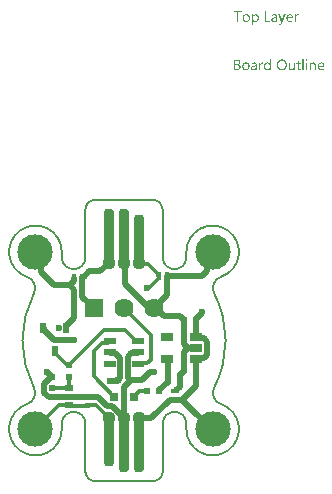
<source format=gtl>
G04*
G04 #@! TF.GenerationSoftware,Altium Limited,Altium Designer,21.8.1 (53)*
G04*
G04 Layer_Physical_Order=1*
G04 Layer_Color=255*
%FSAX25Y25*%
%MOIN*%
G70*
G04*
G04 #@! TF.SameCoordinates,3D78823A-5127-4E2D-B847-EBBA5DFBE1E7*
G04*
G04*
G04 #@! TF.FilePolarity,Positive*
G04*
G01*
G75*
%ADD10C,0.01181*%
%ADD13C,0.00787*%
%ADD14R,0.03937X0.02362*%
%ADD15R,0.01968X0.02165*%
%ADD16R,0.01968X0.02165*%
%ADD17R,0.02165X0.01968*%
%ADD18R,0.02165X0.01968*%
%ADD19R,0.02362X0.03543*%
%ADD23R,0.03937X0.02756*%
G04:AMPARAMS|DCode=33|XSize=35.43mil|YSize=169.29mil|CornerRadius=13.82mil|HoleSize=0mil|Usage=FLASHONLY|Rotation=180.000|XOffset=0mil|YOffset=0mil|HoleType=Round|Shape=RoundedRectangle|*
%AMROUNDEDRECTD33*
21,1,0.03543,0.14165,0,0,180.0*
21,1,0.00780,0.16929,0,0,180.0*
1,1,0.02764,-0.00390,0.07083*
1,1,0.02764,0.00390,0.07083*
1,1,0.02764,0.00390,-0.07083*
1,1,0.02764,-0.00390,-0.07083*
%
%ADD33ROUNDEDRECTD33*%
G04:AMPARAMS|DCode=34|XSize=35.43mil|YSize=188.98mil|CornerRadius=13.82mil|HoleSize=0mil|Usage=FLASHONLY|Rotation=180.000|XOffset=0mil|YOffset=0mil|HoleType=Round|Shape=RoundedRectangle|*
%AMROUNDEDRECTD34*
21,1,0.03543,0.16134,0,0,180.0*
21,1,0.00780,0.18898,0,0,180.0*
1,1,0.02764,-0.00390,0.08067*
1,1,0.02764,0.00390,0.08067*
1,1,0.02764,0.00390,-0.08067*
1,1,0.02764,-0.00390,-0.08067*
%
%ADD34ROUNDEDRECTD34*%
%ADD40C,0.04370*%
%ADD43R,0.01575X0.02756*%
%ADD44R,0.02756X0.01575*%
%ADD45R,0.03150X0.02362*%
%ADD46R,0.03150X0.03150*%
%ADD47C,0.01968*%
%ADD48C,0.06378*%
%ADD49R,0.06378X0.06378*%
%ADD50C,0.11811*%
%ADD51C,0.02362*%
G36*
X0043955Y0134749D02*
X0043998Y0134743D01*
X0044042Y0134737D01*
X0044153Y0134712D01*
X0044277Y0134675D01*
X0044401Y0134613D01*
X0044462Y0134576D01*
X0044524Y0134526D01*
X0044580Y0134476D01*
X0044636Y0134415D01*
X0044642Y0134408D01*
X0044648Y0134402D01*
X0044661Y0134378D01*
X0044679Y0134353D01*
X0044698Y0134322D01*
X0044722Y0134279D01*
X0044747Y0134229D01*
X0044772Y0134179D01*
X0044797Y0134117D01*
X0044822Y0134049D01*
X0044846Y0133975D01*
X0044865Y0133895D01*
X0044896Y0133715D01*
X0044908Y0133616D01*
Y0133511D01*
Y0133505D01*
Y0133486D01*
Y0133449D01*
X0044902Y0133406D01*
Y0133356D01*
X0044890Y0133294D01*
X0044883Y0133226D01*
X0044871Y0133152D01*
X0044834Y0132991D01*
X0044778Y0132824D01*
X0044741Y0132743D01*
X0044704Y0132663D01*
X0044654Y0132582D01*
X0044599Y0132508D01*
X0044592Y0132502D01*
X0044586Y0132490D01*
X0044568Y0132471D01*
X0044543Y0132452D01*
X0044512Y0132422D01*
X0044475Y0132390D01*
X0044431Y0132353D01*
X0044382Y0132322D01*
X0044326Y0132285D01*
X0044264Y0132248D01*
X0044116Y0132192D01*
X0044035Y0132168D01*
X0043955Y0132149D01*
X0043862Y0132137D01*
X0043763Y0132131D01*
X0043714D01*
X0043683Y0132137D01*
X0043639Y0132143D01*
X0043596Y0132155D01*
X0043484Y0132180D01*
X0043367Y0132230D01*
X0043299Y0132267D01*
X0043237Y0132304D01*
X0043175Y0132353D01*
X0043119Y0132409D01*
X0043057Y0132471D01*
X0043008Y0132545D01*
X0042995D01*
Y0131035D01*
X0042593D01*
Y0134699D01*
X0042995D01*
Y0134254D01*
X0043008D01*
X0043014Y0134260D01*
X0043020Y0134279D01*
X0043039Y0134303D01*
X0043064Y0134334D01*
X0043095Y0134371D01*
X0043132Y0134415D01*
X0043175Y0134458D01*
X0043231Y0134508D01*
X0043286Y0134551D01*
X0043348Y0134594D01*
X0043423Y0134637D01*
X0043497Y0134675D01*
X0043584Y0134712D01*
X0043676Y0134737D01*
X0043769Y0134749D01*
X0043874Y0134755D01*
X0043924D01*
X0043955Y0134749D01*
D02*
G37*
G36*
X0058068Y0134737D02*
X0058142Y0134730D01*
X0058186Y0134718D01*
X0058217Y0134706D01*
Y0134291D01*
X0058210Y0134297D01*
X0058198Y0134303D01*
X0058173Y0134316D01*
X0058142Y0134334D01*
X0058099Y0134347D01*
X0058043Y0134359D01*
X0057981Y0134365D01*
X0057913Y0134371D01*
X0057901D01*
X0057870Y0134365D01*
X0057820Y0134359D01*
X0057765Y0134340D01*
X0057691Y0134309D01*
X0057622Y0134266D01*
X0057548Y0134204D01*
X0057480Y0134124D01*
X0057474Y0134111D01*
X0057455Y0134080D01*
X0057424Y0134025D01*
X0057393Y0133950D01*
X0057362Y0133858D01*
X0057332Y0133740D01*
X0057313Y0133610D01*
X0057307Y0133461D01*
Y0132186D01*
X0056904D01*
Y0134699D01*
X0057307D01*
Y0134179D01*
X0057319D01*
Y0134186D01*
X0057325Y0134192D01*
X0057338Y0134223D01*
X0057356Y0134272D01*
X0057387Y0134334D01*
X0057418Y0134396D01*
X0057468Y0134464D01*
X0057517Y0134532D01*
X0057579Y0134594D01*
X0057585Y0134600D01*
X0057610Y0134619D01*
X0057647Y0134644D01*
X0057697Y0134668D01*
X0057752Y0134693D01*
X0057820Y0134718D01*
X0057895Y0134737D01*
X0057975Y0134743D01*
X0058031D01*
X0058068Y0134737D01*
D02*
G37*
G36*
X0052689Y0131784D02*
X0052683Y0131778D01*
X0052677Y0131753D01*
X0052658Y0131710D01*
X0052633Y0131660D01*
X0052602Y0131604D01*
X0052559Y0131536D01*
X0052516Y0131468D01*
X0052466Y0131394D01*
X0052404Y0131320D01*
X0052342Y0131252D01*
X0052268Y0131184D01*
X0052188Y0131128D01*
X0052107Y0131078D01*
X0052014Y0131035D01*
X0051921Y0131010D01*
X0051816Y0131004D01*
X0051761D01*
X0051723Y0131010D01*
X0051643Y0131023D01*
X0051556Y0131041D01*
Y0131400D01*
X0051562D01*
X0051581Y0131394D01*
X0051606Y0131388D01*
X0051637Y0131381D01*
X0051711Y0131363D01*
X0051791Y0131357D01*
X0051804D01*
X0051841Y0131363D01*
X0051897Y0131375D01*
X0051965Y0131400D01*
X0052039Y0131443D01*
X0052076Y0131474D01*
X0052113Y0131511D01*
X0052150Y0131549D01*
X0052188Y0131598D01*
X0052219Y0131654D01*
X0052249Y0131716D01*
X0052454Y0132186D01*
X0051470Y0134699D01*
X0051915D01*
X0052596Y0132762D01*
Y0132756D01*
X0052602Y0132743D01*
X0052609Y0132725D01*
X0052615Y0132700D01*
X0052621Y0132663D01*
X0052633Y0132626D01*
X0052646Y0132570D01*
X0052664D01*
Y0132582D01*
X0052677Y0132620D01*
X0052689Y0132675D01*
X0052714Y0132756D01*
X0053426Y0134699D01*
X0053840D01*
X0052689Y0131784D01*
D02*
G37*
G36*
X0050281Y0134749D02*
X0050337Y0134743D01*
X0050405Y0134724D01*
X0050479Y0134706D01*
X0050560Y0134675D01*
X0050646Y0134637D01*
X0050727Y0134588D01*
X0050807Y0134526D01*
X0050881Y0134452D01*
X0050950Y0134359D01*
X0051005Y0134254D01*
X0051049Y0134130D01*
X0051073Y0133987D01*
X0051086Y0133820D01*
Y0132186D01*
X0050683D01*
Y0132576D01*
X0050671D01*
Y0132570D01*
X0050659Y0132558D01*
X0050646Y0132533D01*
X0050621Y0132508D01*
X0050560Y0132434D01*
X0050479Y0132353D01*
X0050368Y0132273D01*
X0050238Y0132199D01*
X0050157Y0132174D01*
X0050077Y0132149D01*
X0049990Y0132137D01*
X0049897Y0132131D01*
X0049860D01*
X0049835Y0132137D01*
X0049767Y0132143D01*
X0049687Y0132155D01*
X0049588Y0132180D01*
X0049495Y0132211D01*
X0049396Y0132261D01*
X0049309Y0132322D01*
X0049303Y0132335D01*
X0049278Y0132360D01*
X0049241Y0132403D01*
X0049204Y0132465D01*
X0049167Y0132539D01*
X0049130Y0132626D01*
X0049105Y0132731D01*
X0049099Y0132849D01*
Y0132855D01*
Y0132879D01*
X0049105Y0132917D01*
X0049111Y0132960D01*
X0049123Y0133016D01*
X0049142Y0133078D01*
X0049167Y0133146D01*
X0049204Y0133214D01*
X0049247Y0133288D01*
X0049303Y0133362D01*
X0049371Y0133430D01*
X0049452Y0133492D01*
X0049545Y0133554D01*
X0049656Y0133604D01*
X0049780Y0133641D01*
X0049928Y0133672D01*
X0050683Y0133777D01*
Y0133783D01*
Y0133802D01*
X0050677Y0133839D01*
Y0133876D01*
X0050665Y0133926D01*
X0050659Y0133981D01*
X0050621Y0134099D01*
X0050591Y0134155D01*
X0050560Y0134210D01*
X0050516Y0134266D01*
X0050467Y0134316D01*
X0050405Y0134359D01*
X0050337Y0134390D01*
X0050256Y0134408D01*
X0050164Y0134415D01*
X0050120D01*
X0050089Y0134408D01*
X0050046D01*
X0050002Y0134396D01*
X0049891Y0134378D01*
X0049767Y0134340D01*
X0049631Y0134285D01*
X0049557Y0134248D01*
X0049489Y0134210D01*
X0049415Y0134161D01*
X0049346Y0134105D01*
Y0134520D01*
X0049353D01*
X0049365Y0134532D01*
X0049384Y0134545D01*
X0049415Y0134557D01*
X0049445Y0134576D01*
X0049489Y0134594D01*
X0049538Y0134613D01*
X0049594Y0134637D01*
X0049718Y0134681D01*
X0049866Y0134718D01*
X0050027Y0134743D01*
X0050201Y0134755D01*
X0050238D01*
X0050281Y0134749D01*
D02*
G37*
G36*
X0047390Y0132558D02*
X0048802D01*
Y0132186D01*
X0046976D01*
Y0135702D01*
X0047390D01*
Y0132558D01*
D02*
G37*
G36*
X0039151Y0135331D02*
X0038136D01*
Y0132186D01*
X0037728D01*
Y0135331D01*
X0036713D01*
Y0135702D01*
X0039151D01*
Y0135331D01*
D02*
G37*
G36*
X0055344Y0134749D02*
X0055388Y0134743D01*
X0055431Y0134737D01*
X0055543Y0134718D01*
X0055666Y0134675D01*
X0055790Y0134619D01*
X0055852Y0134582D01*
X0055914Y0134538D01*
X0055970Y0134489D01*
X0056025Y0134433D01*
X0056032Y0134427D01*
X0056038Y0134421D01*
X0056050Y0134402D01*
X0056069Y0134378D01*
X0056087Y0134340D01*
X0056112Y0134303D01*
X0056137Y0134260D01*
X0056162Y0134204D01*
X0056186Y0134142D01*
X0056211Y0134080D01*
X0056236Y0134006D01*
X0056254Y0133926D01*
X0056273Y0133839D01*
X0056285Y0133752D01*
X0056298Y0133653D01*
Y0133548D01*
Y0133338D01*
X0054521D01*
Y0133331D01*
Y0133319D01*
Y0133300D01*
X0054527Y0133270D01*
X0054534Y0133232D01*
Y0133195D01*
X0054552Y0133096D01*
X0054583Y0132997D01*
X0054620Y0132886D01*
X0054676Y0132781D01*
X0054744Y0132688D01*
X0054756Y0132675D01*
X0054781Y0132650D01*
X0054831Y0132620D01*
X0054899Y0132576D01*
X0054985Y0132533D01*
X0055085Y0132502D01*
X0055202Y0132477D01*
X0055338Y0132465D01*
X0055382D01*
X0055413Y0132471D01*
X0055450D01*
X0055493Y0132477D01*
X0055598Y0132502D01*
X0055716Y0132533D01*
X0055846Y0132582D01*
X0055982Y0132650D01*
X0056050Y0132694D01*
X0056118Y0132743D01*
Y0132366D01*
X0056112D01*
X0056106Y0132353D01*
X0056087Y0132347D01*
X0056056Y0132329D01*
X0056025Y0132310D01*
X0055988Y0132291D01*
X0055939Y0132273D01*
X0055889Y0132248D01*
X0055827Y0132223D01*
X0055759Y0132205D01*
X0055611Y0132168D01*
X0055437Y0132143D01*
X0055246Y0132131D01*
X0055196D01*
X0055159Y0132137D01*
X0055115Y0132143D01*
X0055060Y0132149D01*
X0054942Y0132174D01*
X0054806Y0132211D01*
X0054670Y0132273D01*
X0054602Y0132316D01*
X0054534Y0132360D01*
X0054472Y0132409D01*
X0054410Y0132471D01*
X0054404Y0132477D01*
X0054397Y0132490D01*
X0054385Y0132508D01*
X0054360Y0132533D01*
X0054342Y0132570D01*
X0054317Y0132613D01*
X0054286Y0132663D01*
X0054261Y0132719D01*
X0054230Y0132781D01*
X0054206Y0132855D01*
X0054175Y0132935D01*
X0054156Y0133022D01*
X0054137Y0133115D01*
X0054119Y0133214D01*
X0054113Y0133319D01*
X0054106Y0133430D01*
Y0133437D01*
Y0133455D01*
Y0133486D01*
X0054113Y0133529D01*
X0054119Y0133579D01*
X0054125Y0133635D01*
X0054131Y0133703D01*
X0054150Y0133771D01*
X0054187Y0133919D01*
X0054243Y0134080D01*
X0054280Y0134161D01*
X0054329Y0134235D01*
X0054379Y0134316D01*
X0054435Y0134384D01*
X0054441Y0134390D01*
X0054453Y0134402D01*
X0054472Y0134421D01*
X0054497Y0134439D01*
X0054527Y0134470D01*
X0054564Y0134501D01*
X0054614Y0134532D01*
X0054664Y0134569D01*
X0054781Y0134637D01*
X0054924Y0134699D01*
X0055004Y0134718D01*
X0055085Y0134737D01*
X0055171Y0134749D01*
X0055264Y0134755D01*
X0055313D01*
X0055344Y0134749D01*
D02*
G37*
G36*
X0040854D02*
X0040897Y0134743D01*
X0040953Y0134737D01*
X0041076Y0134712D01*
X0041219Y0134668D01*
X0041361Y0134607D01*
X0041436Y0134569D01*
X0041504Y0134526D01*
X0041572Y0134470D01*
X0041634Y0134408D01*
X0041640Y0134402D01*
X0041646Y0134390D01*
X0041665Y0134371D01*
X0041683Y0134347D01*
X0041708Y0134309D01*
X0041733Y0134266D01*
X0041764Y0134217D01*
X0041795Y0134161D01*
X0041819Y0134093D01*
X0041850Y0134025D01*
X0041875Y0133944D01*
X0041900Y0133858D01*
X0041918Y0133765D01*
X0041937Y0133666D01*
X0041943Y0133560D01*
X0041949Y0133449D01*
Y0133443D01*
Y0133424D01*
Y0133393D01*
X0041943Y0133350D01*
X0041937Y0133300D01*
X0041931Y0133238D01*
X0041918Y0133177D01*
X0041906Y0133102D01*
X0041869Y0132954D01*
X0041807Y0132793D01*
X0041770Y0132712D01*
X0041720Y0132632D01*
X0041671Y0132558D01*
X0041609Y0132490D01*
X0041603Y0132483D01*
X0041590Y0132477D01*
X0041572Y0132459D01*
X0041547Y0132434D01*
X0041510Y0132409D01*
X0041473Y0132378D01*
X0041423Y0132341D01*
X0041368Y0132310D01*
X0041306Y0132279D01*
X0041238Y0132242D01*
X0041163Y0132211D01*
X0041083Y0132186D01*
X0040996Y0132161D01*
X0040903Y0132149D01*
X0040804Y0132137D01*
X0040699Y0132131D01*
X0040643D01*
X0040606Y0132137D01*
X0040563Y0132143D01*
X0040507Y0132149D01*
X0040445Y0132161D01*
X0040377Y0132174D01*
X0040235Y0132217D01*
X0040086Y0132279D01*
X0040012Y0132316D01*
X0039944Y0132366D01*
X0039876Y0132415D01*
X0039808Y0132477D01*
X0039801Y0132483D01*
X0039795Y0132496D01*
X0039777Y0132514D01*
X0039758Y0132539D01*
X0039733Y0132576D01*
X0039702Y0132620D01*
X0039671Y0132669D01*
X0039647Y0132725D01*
X0039616Y0132793D01*
X0039585Y0132861D01*
X0039554Y0132935D01*
X0039529Y0133022D01*
X0039492Y0133208D01*
X0039486Y0133307D01*
X0039480Y0133412D01*
Y0133418D01*
Y0133443D01*
Y0133474D01*
X0039486Y0133517D01*
X0039492Y0133567D01*
X0039498Y0133628D01*
X0039511Y0133697D01*
X0039523Y0133771D01*
X0039560Y0133932D01*
X0039622Y0134093D01*
X0039665Y0134173D01*
X0039709Y0134254D01*
X0039758Y0134328D01*
X0039820Y0134396D01*
X0039826Y0134402D01*
X0039838Y0134415D01*
X0039857Y0134427D01*
X0039882Y0134452D01*
X0039919Y0134476D01*
X0039962Y0134508D01*
X0040012Y0134545D01*
X0040068Y0134576D01*
X0040130Y0134607D01*
X0040204Y0134644D01*
X0040278Y0134675D01*
X0040365Y0134699D01*
X0040451Y0134724D01*
X0040550Y0134743D01*
X0040656Y0134749D01*
X0040761Y0134755D01*
X0040817D01*
X0040854Y0134749D01*
D02*
G37*
G36*
X0060922Y0119764D02*
X0060946D01*
X0061002Y0119739D01*
X0061033Y0119720D01*
X0061064Y0119695D01*
X0061070Y0119689D01*
X0061076Y0119683D01*
X0061107Y0119646D01*
X0061132Y0119584D01*
X0061138Y0119547D01*
X0061145Y0119510D01*
Y0119503D01*
Y0119491D01*
X0061138Y0119473D01*
X0061132Y0119448D01*
X0061114Y0119386D01*
X0061089Y0119355D01*
X0061064Y0119324D01*
X0061058D01*
X0061052Y0119312D01*
X0061014Y0119287D01*
X0060959Y0119262D01*
X0060922Y0119256D01*
X0060884Y0119250D01*
X0060866D01*
X0060847Y0119256D01*
X0060823D01*
X0060761Y0119281D01*
X0060730Y0119293D01*
X0060699Y0119318D01*
Y0119324D01*
X0060686Y0119330D01*
X0060674Y0119349D01*
X0060662Y0119367D01*
X0060637Y0119429D01*
X0060631Y0119466D01*
X0060625Y0119510D01*
Y0119516D01*
Y0119528D01*
X0060631Y0119547D01*
X0060637Y0119578D01*
X0060655Y0119633D01*
X0060674Y0119665D01*
X0060699Y0119695D01*
X0060705Y0119702D01*
X0060711Y0119708D01*
X0060748Y0119733D01*
X0060810Y0119757D01*
X0060847Y0119770D01*
X0060903D01*
X0060922Y0119764D01*
D02*
G37*
G36*
X0048932Y0116099D02*
X0048529D01*
Y0116520D01*
X0048517D01*
Y0116514D01*
X0048504Y0116501D01*
X0048486Y0116477D01*
X0048467Y0116446D01*
X0048436Y0116409D01*
X0048399Y0116371D01*
X0048356Y0116328D01*
X0048307Y0116285D01*
X0048251Y0116235D01*
X0048183Y0116192D01*
X0048115Y0116155D01*
X0048034Y0116118D01*
X0047954Y0116087D01*
X0047861Y0116062D01*
X0047762Y0116050D01*
X0047657Y0116043D01*
X0047613D01*
X0047576Y0116050D01*
X0047539Y0116056D01*
X0047489Y0116062D01*
X0047384Y0116087D01*
X0047260Y0116124D01*
X0047137Y0116186D01*
X0047069Y0116223D01*
X0047013Y0116266D01*
X0046951Y0116322D01*
X0046895Y0116378D01*
Y0116384D01*
X0046883Y0116396D01*
X0046870Y0116415D01*
X0046852Y0116439D01*
X0046833Y0116470D01*
X0046808Y0116514D01*
X0046784Y0116563D01*
X0046759Y0116619D01*
X0046728Y0116681D01*
X0046703Y0116749D01*
X0046679Y0116823D01*
X0046660Y0116904D01*
X0046641Y0116990D01*
X0046629Y0117089D01*
X0046623Y0117189D01*
X0046617Y0117294D01*
Y0117300D01*
Y0117318D01*
Y0117356D01*
X0046623Y0117399D01*
X0046629Y0117448D01*
X0046635Y0117510D01*
X0046641Y0117578D01*
X0046654Y0117653D01*
X0046691Y0117814D01*
X0046747Y0117981D01*
X0046784Y0118061D01*
X0046827Y0118142D01*
X0046870Y0118216D01*
X0046926Y0118290D01*
X0046932Y0118297D01*
X0046938Y0118309D01*
X0046957Y0118327D01*
X0046982Y0118352D01*
X0047013Y0118377D01*
X0047056Y0118408D01*
X0047099Y0118445D01*
X0047149Y0118482D01*
X0047273Y0118550D01*
X0047415Y0118612D01*
X0047496Y0118631D01*
X0047582Y0118649D01*
X0047669Y0118662D01*
X0047768Y0118668D01*
X0047818D01*
X0047855Y0118662D01*
X0047892Y0118656D01*
X0047941Y0118649D01*
X0048053Y0118618D01*
X0048177Y0118569D01*
X0048238Y0118538D01*
X0048300Y0118495D01*
X0048362Y0118451D01*
X0048418Y0118395D01*
X0048467Y0118334D01*
X0048517Y0118259D01*
X0048529D01*
Y0119819D01*
X0048932D01*
Y0116099D01*
D02*
G37*
G36*
X0063200Y0118662D02*
X0063274Y0118656D01*
X0063367Y0118637D01*
X0063466Y0118606D01*
X0063571Y0118556D01*
X0063676Y0118488D01*
X0063720Y0118451D01*
X0063763Y0118402D01*
X0063775Y0118389D01*
X0063800Y0118352D01*
X0063831Y0118290D01*
X0063874Y0118204D01*
X0063911Y0118098D01*
X0063949Y0117968D01*
X0063973Y0117814D01*
X0063980Y0117634D01*
Y0116099D01*
X0063577D01*
Y0117529D01*
Y0117535D01*
Y0117566D01*
X0063571Y0117603D01*
Y0117653D01*
X0063559Y0117715D01*
X0063546Y0117783D01*
X0063528Y0117857D01*
X0063503Y0117931D01*
X0063472Y0118006D01*
X0063435Y0118074D01*
X0063385Y0118142D01*
X0063330Y0118204D01*
X0063268Y0118253D01*
X0063187Y0118290D01*
X0063101Y0118321D01*
X0062995Y0118327D01*
X0062983D01*
X0062946Y0118321D01*
X0062890Y0118315D01*
X0062822Y0118297D01*
X0062742Y0118272D01*
X0062655Y0118228D01*
X0062574Y0118173D01*
X0062494Y0118098D01*
X0062488Y0118086D01*
X0062463Y0118061D01*
X0062432Y0118012D01*
X0062395Y0117944D01*
X0062358Y0117863D01*
X0062327Y0117764D01*
X0062302Y0117653D01*
X0062296Y0117529D01*
Y0116099D01*
X0061893D01*
Y0118612D01*
X0062296D01*
Y0118191D01*
X0062308D01*
X0062314Y0118197D01*
X0062321Y0118210D01*
X0062339Y0118235D01*
X0062364Y0118265D01*
X0062389Y0118303D01*
X0062426Y0118340D01*
X0062469Y0118383D01*
X0062519Y0118433D01*
X0062574Y0118476D01*
X0062636Y0118519D01*
X0062704Y0118556D01*
X0062779Y0118594D01*
X0062853Y0118624D01*
X0062940Y0118649D01*
X0063033Y0118662D01*
X0063131Y0118668D01*
X0063169D01*
X0063200Y0118662D01*
D02*
G37*
G36*
X0046202Y0118649D02*
X0046276Y0118643D01*
X0046319Y0118631D01*
X0046350Y0118618D01*
Y0118204D01*
X0046344Y0118210D01*
X0046332Y0118216D01*
X0046307Y0118228D01*
X0046276Y0118247D01*
X0046233Y0118259D01*
X0046177Y0118272D01*
X0046115Y0118278D01*
X0046047Y0118284D01*
X0046035D01*
X0046004Y0118278D01*
X0045954Y0118272D01*
X0045899Y0118253D01*
X0045824Y0118222D01*
X0045756Y0118179D01*
X0045682Y0118117D01*
X0045614Y0118036D01*
X0045608Y0118024D01*
X0045589Y0117993D01*
X0045558Y0117938D01*
X0045527Y0117863D01*
X0045496Y0117770D01*
X0045465Y0117653D01*
X0045447Y0117523D01*
X0045441Y0117374D01*
Y0116099D01*
X0045038D01*
Y0118612D01*
X0045441D01*
Y0118092D01*
X0045453D01*
Y0118098D01*
X0045459Y0118105D01*
X0045471Y0118135D01*
X0045490Y0118185D01*
X0045521Y0118247D01*
X0045552Y0118309D01*
X0045601Y0118377D01*
X0045651Y0118445D01*
X0045713Y0118507D01*
X0045719Y0118513D01*
X0045744Y0118532D01*
X0045781Y0118556D01*
X0045831Y0118581D01*
X0045886Y0118606D01*
X0045954Y0118631D01*
X0046029Y0118649D01*
X0046109Y0118656D01*
X0046165D01*
X0046202Y0118649D01*
D02*
G37*
G36*
X0056941Y0116099D02*
X0056539D01*
Y0116495D01*
X0056527D01*
Y0116489D01*
X0056514Y0116477D01*
X0056502Y0116452D01*
X0056477Y0116427D01*
X0056422Y0116353D01*
X0056335Y0116272D01*
X0056285Y0116229D01*
X0056230Y0116186D01*
X0056168Y0116149D01*
X0056094Y0116111D01*
X0056019Y0116087D01*
X0055939Y0116062D01*
X0055846Y0116050D01*
X0055753Y0116043D01*
X0055716D01*
X0055673Y0116050D01*
X0055611Y0116062D01*
X0055543Y0116074D01*
X0055468Y0116099D01*
X0055388Y0116130D01*
X0055307Y0116180D01*
X0055221Y0116235D01*
X0055140Y0116303D01*
X0055066Y0116390D01*
X0054998Y0116495D01*
X0054936Y0116613D01*
X0054893Y0116755D01*
X0054868Y0116922D01*
X0054856Y0117009D01*
Y0117108D01*
Y0118612D01*
X0055252D01*
Y0117170D01*
Y0117164D01*
Y0117139D01*
X0055258Y0117096D01*
X0055264Y0117046D01*
X0055270Y0116984D01*
X0055283Y0116922D01*
X0055301Y0116848D01*
X0055326Y0116774D01*
X0055363Y0116700D01*
X0055400Y0116631D01*
X0055450Y0116563D01*
X0055512Y0116501D01*
X0055580Y0116452D01*
X0055660Y0116415D01*
X0055759Y0116384D01*
X0055864Y0116378D01*
X0055877D01*
X0055914Y0116384D01*
X0055970Y0116390D01*
X0056032Y0116402D01*
X0056112Y0116433D01*
X0056192Y0116470D01*
X0056273Y0116520D01*
X0056347Y0116594D01*
X0056353Y0116607D01*
X0056378Y0116631D01*
X0056409Y0116681D01*
X0056446Y0116749D01*
X0056477Y0116829D01*
X0056508Y0116929D01*
X0056533Y0117040D01*
X0056539Y0117164D01*
Y0118612D01*
X0056941D01*
Y0116099D01*
D02*
G37*
G36*
X0061076D02*
X0060674D01*
Y0118612D01*
X0061076D01*
Y0116099D01*
D02*
G37*
G36*
X0059857D02*
X0059455D01*
Y0119819D01*
X0059857D01*
Y0116099D01*
D02*
G37*
G36*
X0043478Y0118662D02*
X0043534Y0118656D01*
X0043602Y0118637D01*
X0043676Y0118618D01*
X0043757Y0118587D01*
X0043843Y0118550D01*
X0043924Y0118501D01*
X0044004Y0118439D01*
X0044079Y0118365D01*
X0044147Y0118272D01*
X0044203Y0118166D01*
X0044246Y0118043D01*
X0044271Y0117900D01*
X0044283Y0117733D01*
Y0116099D01*
X0043881D01*
Y0116489D01*
X0043868D01*
Y0116483D01*
X0043856Y0116470D01*
X0043843Y0116446D01*
X0043819Y0116421D01*
X0043757Y0116347D01*
X0043676Y0116266D01*
X0043565Y0116186D01*
X0043435Y0116111D01*
X0043354Y0116087D01*
X0043274Y0116062D01*
X0043187Y0116050D01*
X0043095Y0116043D01*
X0043057D01*
X0043033Y0116050D01*
X0042965Y0116056D01*
X0042884Y0116068D01*
X0042785Y0116093D01*
X0042692Y0116124D01*
X0042593Y0116173D01*
X0042506Y0116235D01*
X0042500Y0116248D01*
X0042476Y0116272D01*
X0042438Y0116316D01*
X0042401Y0116378D01*
X0042364Y0116452D01*
X0042327Y0116539D01*
X0042302Y0116644D01*
X0042296Y0116761D01*
Y0116768D01*
Y0116792D01*
X0042302Y0116829D01*
X0042308Y0116873D01*
X0042321Y0116929D01*
X0042339Y0116990D01*
X0042364Y0117059D01*
X0042401Y0117127D01*
X0042445Y0117201D01*
X0042500Y0117275D01*
X0042568Y0117343D01*
X0042649Y0117405D01*
X0042742Y0117467D01*
X0042853Y0117517D01*
X0042977Y0117554D01*
X0043125Y0117585D01*
X0043881Y0117690D01*
Y0117696D01*
Y0117715D01*
X0043874Y0117752D01*
Y0117789D01*
X0043862Y0117838D01*
X0043856Y0117894D01*
X0043819Y0118012D01*
X0043788Y0118068D01*
X0043757Y0118123D01*
X0043714Y0118179D01*
X0043664Y0118228D01*
X0043602Y0118272D01*
X0043534Y0118303D01*
X0043453Y0118321D01*
X0043361Y0118327D01*
X0043317D01*
X0043286Y0118321D01*
X0043243D01*
X0043200Y0118309D01*
X0043088Y0118290D01*
X0042965Y0118253D01*
X0042828Y0118197D01*
X0042754Y0118160D01*
X0042686Y0118123D01*
X0042612Y0118074D01*
X0042544Y0118018D01*
Y0118433D01*
X0042550D01*
X0042562Y0118445D01*
X0042581Y0118457D01*
X0042612Y0118470D01*
X0042643Y0118488D01*
X0042686Y0118507D01*
X0042735Y0118526D01*
X0042791Y0118550D01*
X0042915Y0118594D01*
X0043064Y0118631D01*
X0043224Y0118656D01*
X0043398Y0118668D01*
X0043435D01*
X0043478Y0118662D01*
D02*
G37*
G36*
X0037790Y0119609D02*
X0037833D01*
X0037876Y0119603D01*
X0037975Y0119590D01*
X0038093Y0119559D01*
X0038217Y0119522D01*
X0038334Y0119466D01*
X0038440Y0119392D01*
X0038446D01*
X0038452Y0119380D01*
X0038483Y0119355D01*
X0038526Y0119305D01*
X0038576Y0119237D01*
X0038619Y0119151D01*
X0038662Y0119052D01*
X0038693Y0118940D01*
X0038706Y0118878D01*
Y0118810D01*
Y0118804D01*
Y0118798D01*
Y0118761D01*
X0038700Y0118705D01*
X0038687Y0118637D01*
X0038669Y0118550D01*
X0038638Y0118464D01*
X0038601Y0118377D01*
X0038545Y0118290D01*
X0038539Y0118278D01*
X0038514Y0118253D01*
X0038477Y0118216D01*
X0038427Y0118166D01*
X0038365Y0118117D01*
X0038291Y0118061D01*
X0038198Y0118018D01*
X0038099Y0117975D01*
Y0117968D01*
X0038118D01*
X0038136Y0117962D01*
X0038155Y0117956D01*
X0038223Y0117944D01*
X0038303Y0117919D01*
X0038390Y0117882D01*
X0038483Y0117838D01*
X0038576Y0117777D01*
X0038662Y0117696D01*
X0038675Y0117684D01*
X0038700Y0117653D01*
X0038730Y0117609D01*
X0038774Y0117541D01*
X0038811Y0117455D01*
X0038848Y0117356D01*
X0038873Y0117238D01*
X0038879Y0117108D01*
Y0117102D01*
Y0117089D01*
Y0117065D01*
X0038873Y0117034D01*
X0038867Y0116997D01*
X0038860Y0116953D01*
X0038836Y0116848D01*
X0038799Y0116730D01*
X0038743Y0116607D01*
X0038706Y0116551D01*
X0038662Y0116489D01*
X0038607Y0116433D01*
X0038551Y0116378D01*
X0038545D01*
X0038539Y0116365D01*
X0038520Y0116353D01*
X0038495Y0116334D01*
X0038464Y0116316D01*
X0038421Y0116291D01*
X0038328Y0116241D01*
X0038211Y0116186D01*
X0038074Y0116142D01*
X0037914Y0116111D01*
X0037833Y0116105D01*
X0037740Y0116099D01*
X0036713D01*
Y0119615D01*
X0037759D01*
X0037790Y0119609D01*
D02*
G37*
G36*
X0058285Y0118612D02*
X0058922D01*
Y0118265D01*
X0058285D01*
Y0116848D01*
Y0116836D01*
Y0116805D01*
X0058291Y0116761D01*
X0058297Y0116706D01*
X0058322Y0116588D01*
X0058340Y0116532D01*
X0058371Y0116489D01*
X0058378Y0116483D01*
X0058390Y0116470D01*
X0058408Y0116458D01*
X0058439Y0116439D01*
X0058477Y0116415D01*
X0058526Y0116402D01*
X0058588Y0116390D01*
X0058656Y0116384D01*
X0058681D01*
X0058712Y0116390D01*
X0058749Y0116396D01*
X0058836Y0116421D01*
X0058879Y0116439D01*
X0058922Y0116464D01*
Y0116118D01*
X0058916D01*
X0058898Y0116105D01*
X0058867Y0116099D01*
X0058823Y0116087D01*
X0058768Y0116074D01*
X0058706Y0116062D01*
X0058631Y0116056D01*
X0058545Y0116050D01*
X0058514D01*
X0058483Y0116056D01*
X0058439Y0116062D01*
X0058390Y0116074D01*
X0058334Y0116087D01*
X0058279Y0116111D01*
X0058217Y0116142D01*
X0058155Y0116180D01*
X0058093Y0116229D01*
X0058037Y0116285D01*
X0057988Y0116359D01*
X0057944Y0116439D01*
X0057913Y0116539D01*
X0057889Y0116650D01*
X0057882Y0116780D01*
Y0118265D01*
X0057455D01*
Y0118612D01*
X0057882D01*
Y0119225D01*
X0058285Y0119355D01*
Y0118612D01*
D02*
G37*
G36*
X0065812Y0118662D02*
X0065855Y0118656D01*
X0065898Y0118649D01*
X0066010Y0118631D01*
X0066134Y0118587D01*
X0066258Y0118532D01*
X0066319Y0118495D01*
X0066381Y0118451D01*
X0066437Y0118402D01*
X0066493Y0118346D01*
X0066499Y0118340D01*
X0066505Y0118334D01*
X0066517Y0118315D01*
X0066536Y0118290D01*
X0066555Y0118253D01*
X0066579Y0118216D01*
X0066604Y0118173D01*
X0066629Y0118117D01*
X0066654Y0118055D01*
X0066678Y0117993D01*
X0066703Y0117919D01*
X0066722Y0117838D01*
X0066740Y0117752D01*
X0066753Y0117665D01*
X0066765Y0117566D01*
Y0117461D01*
Y0117250D01*
X0064988D01*
Y0117244D01*
Y0117232D01*
Y0117213D01*
X0064995Y0117182D01*
X0065001Y0117145D01*
Y0117108D01*
X0065020Y0117009D01*
X0065050Y0116910D01*
X0065087Y0116798D01*
X0065143Y0116693D01*
X0065211Y0116600D01*
X0065224Y0116588D01*
X0065249Y0116563D01*
X0065298Y0116532D01*
X0065366Y0116489D01*
X0065453Y0116446D01*
X0065552Y0116415D01*
X0065669Y0116390D01*
X0065806Y0116378D01*
X0065849D01*
X0065880Y0116384D01*
X0065917D01*
X0065960Y0116390D01*
X0066066Y0116415D01*
X0066183Y0116446D01*
X0066313Y0116495D01*
X0066449Y0116563D01*
X0066517Y0116607D01*
X0066585Y0116656D01*
Y0116279D01*
X0066579D01*
X0066573Y0116266D01*
X0066555Y0116260D01*
X0066524Y0116241D01*
X0066493Y0116223D01*
X0066456Y0116204D01*
X0066406Y0116186D01*
X0066356Y0116161D01*
X0066295Y0116136D01*
X0066227Y0116118D01*
X0066078Y0116080D01*
X0065905Y0116056D01*
X0065713Y0116043D01*
X0065663D01*
X0065626Y0116050D01*
X0065583Y0116056D01*
X0065527Y0116062D01*
X0065409Y0116087D01*
X0065273Y0116124D01*
X0065137Y0116186D01*
X0065069Y0116229D01*
X0065001Y0116272D01*
X0064939Y0116322D01*
X0064877Y0116384D01*
X0064871Y0116390D01*
X0064865Y0116402D01*
X0064852Y0116421D01*
X0064828Y0116446D01*
X0064809Y0116483D01*
X0064784Y0116526D01*
X0064753Y0116576D01*
X0064728Y0116631D01*
X0064698Y0116693D01*
X0064673Y0116768D01*
X0064642Y0116848D01*
X0064623Y0116935D01*
X0064605Y0117027D01*
X0064586Y0117127D01*
X0064580Y0117232D01*
X0064574Y0117343D01*
Y0117349D01*
Y0117368D01*
Y0117399D01*
X0064580Y0117442D01*
X0064586Y0117492D01*
X0064592Y0117548D01*
X0064599Y0117616D01*
X0064617Y0117684D01*
X0064654Y0117832D01*
X0064710Y0117993D01*
X0064747Y0118074D01*
X0064797Y0118148D01*
X0064846Y0118228D01*
X0064902Y0118297D01*
X0064908Y0118303D01*
X0064920Y0118315D01*
X0064939Y0118334D01*
X0064964Y0118352D01*
X0064995Y0118383D01*
X0065032Y0118414D01*
X0065081Y0118445D01*
X0065131Y0118482D01*
X0065249Y0118550D01*
X0065391Y0118612D01*
X0065471Y0118631D01*
X0065552Y0118649D01*
X0065639Y0118662D01*
X0065731Y0118668D01*
X0065781D01*
X0065812Y0118662D01*
D02*
G37*
G36*
X0052769Y0119671D02*
X0052831Y0119665D01*
X0052906Y0119652D01*
X0052986Y0119633D01*
X0053073Y0119615D01*
X0053159Y0119590D01*
X0053259Y0119559D01*
X0053351Y0119516D01*
X0053450Y0119466D01*
X0053549Y0119411D01*
X0053642Y0119343D01*
X0053735Y0119268D01*
X0053822Y0119182D01*
X0053828Y0119176D01*
X0053840Y0119157D01*
X0053865Y0119132D01*
X0053890Y0119095D01*
X0053927Y0119045D01*
X0053964Y0118984D01*
X0054001Y0118915D01*
X0054045Y0118841D01*
X0054088Y0118748D01*
X0054125Y0118656D01*
X0054162Y0118550D01*
X0054199Y0118433D01*
X0054224Y0118315D01*
X0054249Y0118185D01*
X0054261Y0118043D01*
X0054267Y0117900D01*
Y0117888D01*
Y0117863D01*
Y0117820D01*
X0054261Y0117758D01*
X0054255Y0117684D01*
X0054243Y0117603D01*
X0054230Y0117510D01*
X0054212Y0117405D01*
X0054187Y0117300D01*
X0054156Y0117189D01*
X0054119Y0117077D01*
X0054075Y0116966D01*
X0054020Y0116848D01*
X0053958Y0116743D01*
X0053890Y0116638D01*
X0053809Y0116539D01*
X0053803Y0116532D01*
X0053791Y0116520D01*
X0053760Y0116495D01*
X0053729Y0116464D01*
X0053679Y0116421D01*
X0053624Y0116384D01*
X0053562Y0116334D01*
X0053487Y0116291D01*
X0053407Y0116248D01*
X0053314Y0116198D01*
X0053215Y0116161D01*
X0053104Y0116124D01*
X0052986Y0116087D01*
X0052862Y0116062D01*
X0052732Y0116050D01*
X0052590Y0116043D01*
X0052559D01*
X0052516Y0116050D01*
X0052466D01*
X0052404Y0116056D01*
X0052330Y0116068D01*
X0052249Y0116087D01*
X0052157Y0116105D01*
X0052064Y0116130D01*
X0051965Y0116161D01*
X0051866Y0116204D01*
X0051767Y0116248D01*
X0051668Y0116303D01*
X0051569Y0116371D01*
X0051476Y0116446D01*
X0051389Y0116532D01*
X0051383Y0116539D01*
X0051371Y0116557D01*
X0051346Y0116582D01*
X0051321Y0116619D01*
X0051284Y0116668D01*
X0051247Y0116730D01*
X0051210Y0116798D01*
X0051166Y0116879D01*
X0051123Y0116966D01*
X0051086Y0117059D01*
X0051049Y0117164D01*
X0051012Y0117281D01*
X0050987Y0117399D01*
X0050962Y0117529D01*
X0050950Y0117671D01*
X0050943Y0117814D01*
Y0117826D01*
Y0117851D01*
X0050950Y0117894D01*
Y0117956D01*
X0050956Y0118024D01*
X0050968Y0118111D01*
X0050981Y0118204D01*
X0050999Y0118303D01*
X0051024Y0118408D01*
X0051055Y0118519D01*
X0051092Y0118631D01*
X0051135Y0118742D01*
X0051191Y0118854D01*
X0051253Y0118965D01*
X0051321Y0119070D01*
X0051402Y0119169D01*
X0051408Y0119176D01*
X0051420Y0119194D01*
X0051451Y0119219D01*
X0051488Y0119250D01*
X0051531Y0119287D01*
X0051587Y0119330D01*
X0051655Y0119374D01*
X0051730Y0119423D01*
X0051816Y0119473D01*
X0051909Y0119516D01*
X0052008Y0119559D01*
X0052119Y0119596D01*
X0052243Y0119627D01*
X0052373Y0119658D01*
X0052509Y0119671D01*
X0052652Y0119677D01*
X0052720D01*
X0052769Y0119671D01*
D02*
G37*
G36*
X0040742Y0118662D02*
X0040786Y0118656D01*
X0040841Y0118649D01*
X0040965Y0118624D01*
X0041107Y0118581D01*
X0041250Y0118519D01*
X0041324Y0118482D01*
X0041392Y0118439D01*
X0041460Y0118383D01*
X0041522Y0118321D01*
X0041528Y0118315D01*
X0041535Y0118303D01*
X0041553Y0118284D01*
X0041572Y0118259D01*
X0041596Y0118222D01*
X0041621Y0118179D01*
X0041652Y0118129D01*
X0041683Y0118074D01*
X0041708Y0118006D01*
X0041739Y0117938D01*
X0041764Y0117857D01*
X0041788Y0117770D01*
X0041807Y0117677D01*
X0041826Y0117578D01*
X0041832Y0117473D01*
X0041838Y0117362D01*
Y0117356D01*
Y0117337D01*
Y0117306D01*
X0041832Y0117263D01*
X0041826Y0117213D01*
X0041819Y0117151D01*
X0041807Y0117089D01*
X0041795Y0117015D01*
X0041757Y0116867D01*
X0041695Y0116706D01*
X0041658Y0116625D01*
X0041609Y0116545D01*
X0041559Y0116470D01*
X0041497Y0116402D01*
X0041491Y0116396D01*
X0041479Y0116390D01*
X0041460Y0116371D01*
X0041436Y0116347D01*
X0041398Y0116322D01*
X0041361Y0116291D01*
X0041312Y0116254D01*
X0041256Y0116223D01*
X0041194Y0116192D01*
X0041126Y0116155D01*
X0041052Y0116124D01*
X0040971Y0116099D01*
X0040885Y0116074D01*
X0040792Y0116062D01*
X0040693Y0116050D01*
X0040587Y0116043D01*
X0040532D01*
X0040495Y0116050D01*
X0040451Y0116056D01*
X0040396Y0116062D01*
X0040334Y0116074D01*
X0040266Y0116087D01*
X0040123Y0116130D01*
X0039975Y0116192D01*
X0039900Y0116229D01*
X0039832Y0116279D01*
X0039764Y0116328D01*
X0039696Y0116390D01*
X0039690Y0116396D01*
X0039684Y0116409D01*
X0039665Y0116427D01*
X0039647Y0116452D01*
X0039622Y0116489D01*
X0039591Y0116532D01*
X0039560Y0116582D01*
X0039535Y0116638D01*
X0039504Y0116706D01*
X0039473Y0116774D01*
X0039442Y0116848D01*
X0039418Y0116935D01*
X0039380Y0117120D01*
X0039374Y0117219D01*
X0039368Y0117325D01*
Y0117331D01*
Y0117356D01*
Y0117387D01*
X0039374Y0117430D01*
X0039380Y0117479D01*
X0039387Y0117541D01*
X0039399Y0117609D01*
X0039411Y0117684D01*
X0039449Y0117845D01*
X0039511Y0118006D01*
X0039554Y0118086D01*
X0039597Y0118166D01*
X0039647Y0118241D01*
X0039709Y0118309D01*
X0039715Y0118315D01*
X0039727Y0118327D01*
X0039746Y0118340D01*
X0039770Y0118365D01*
X0039808Y0118389D01*
X0039851Y0118420D01*
X0039900Y0118457D01*
X0039956Y0118488D01*
X0040018Y0118519D01*
X0040092Y0118556D01*
X0040167Y0118587D01*
X0040253Y0118612D01*
X0040340Y0118637D01*
X0040439Y0118656D01*
X0040544Y0118662D01*
X0040649Y0118668D01*
X0040705D01*
X0040742Y0118662D01*
D02*
G37*
%LPC*%
G36*
X0043775Y0134415D02*
X0043744D01*
X0043720Y0134408D01*
X0043652Y0134402D01*
X0043571Y0134384D01*
X0043484Y0134353D01*
X0043385Y0134309D01*
X0043293Y0134248D01*
X0043206Y0134167D01*
X0043200Y0134155D01*
X0043175Y0134124D01*
X0043138Y0134074D01*
X0043101Y0134000D01*
X0043064Y0133913D01*
X0043026Y0133808D01*
X0043002Y0133690D01*
X0042995Y0133560D01*
Y0133208D01*
Y0133201D01*
Y0133195D01*
X0043002Y0133158D01*
X0043008Y0133096D01*
X0043020Y0133028D01*
X0043045Y0132941D01*
X0043082Y0132855D01*
X0043132Y0132768D01*
X0043200Y0132681D01*
X0043212Y0132675D01*
X0043237Y0132650D01*
X0043280Y0132613D01*
X0043342Y0132576D01*
X0043416Y0132533D01*
X0043503Y0132502D01*
X0043602Y0132477D01*
X0043714Y0132465D01*
X0043751D01*
X0043775Y0132471D01*
X0043837Y0132477D01*
X0043924Y0132502D01*
X0044011Y0132533D01*
X0044110Y0132582D01*
X0044203Y0132650D01*
X0044246Y0132694D01*
X0044283Y0132743D01*
Y0132749D01*
X0044289Y0132756D01*
X0044302Y0132774D01*
X0044314Y0132793D01*
X0044333Y0132824D01*
X0044351Y0132861D01*
X0044388Y0132948D01*
X0044425Y0133059D01*
X0044462Y0133189D01*
X0044487Y0133344D01*
X0044493Y0133523D01*
Y0133529D01*
Y0133542D01*
Y0133560D01*
Y0133591D01*
X0044487Y0133628D01*
X0044481Y0133666D01*
X0044469Y0133758D01*
X0044444Y0133864D01*
X0044413Y0133975D01*
X0044363Y0134080D01*
X0044302Y0134173D01*
X0044295Y0134186D01*
X0044264Y0134210D01*
X0044221Y0134248D01*
X0044165Y0134297D01*
X0044091Y0134340D01*
X0043998Y0134378D01*
X0043893Y0134402D01*
X0043775Y0134415D01*
D02*
G37*
G36*
X0050683Y0133455D02*
X0050077Y0133369D01*
X0050064D01*
X0050033Y0133362D01*
X0049984Y0133350D01*
X0049922Y0133338D01*
X0049854Y0133319D01*
X0049780Y0133294D01*
X0049718Y0133270D01*
X0049656Y0133232D01*
X0049650Y0133226D01*
X0049631Y0133214D01*
X0049613Y0133189D01*
X0049588Y0133152D01*
X0049557Y0133102D01*
X0049538Y0133040D01*
X0049520Y0132966D01*
X0049514Y0132879D01*
Y0132873D01*
Y0132849D01*
X0049520Y0132818D01*
X0049532Y0132774D01*
X0049545Y0132725D01*
X0049569Y0132675D01*
X0049600Y0132626D01*
X0049643Y0132576D01*
X0049650Y0132570D01*
X0049668Y0132558D01*
X0049699Y0132539D01*
X0049736Y0132520D01*
X0049786Y0132502D01*
X0049848Y0132483D01*
X0049916Y0132471D01*
X0049996Y0132465D01*
X0050009D01*
X0050046Y0132471D01*
X0050102Y0132477D01*
X0050170Y0132490D01*
X0050244Y0132514D01*
X0050331Y0132551D01*
X0050411Y0132607D01*
X0050485Y0132675D01*
X0050491Y0132688D01*
X0050516Y0132712D01*
X0050547Y0132756D01*
X0050584Y0132818D01*
X0050621Y0132898D01*
X0050652Y0132985D01*
X0050677Y0133090D01*
X0050683Y0133201D01*
Y0133455D01*
D02*
G37*
G36*
X0055258Y0134415D02*
X0055208D01*
X0055159Y0134402D01*
X0055091Y0134390D01*
X0055016Y0134365D01*
X0054930Y0134328D01*
X0054849Y0134279D01*
X0054769Y0134210D01*
X0054763Y0134204D01*
X0054738Y0134173D01*
X0054707Y0134130D01*
X0054664Y0134068D01*
X0054620Y0133994D01*
X0054583Y0133901D01*
X0054552Y0133796D01*
X0054527Y0133678D01*
X0055883D01*
Y0133684D01*
Y0133697D01*
Y0133709D01*
Y0133734D01*
X0055877Y0133802D01*
X0055864Y0133876D01*
X0055840Y0133969D01*
X0055815Y0134056D01*
X0055772Y0134142D01*
X0055716Y0134223D01*
X0055710Y0134229D01*
X0055685Y0134254D01*
X0055648Y0134285D01*
X0055598Y0134322D01*
X0055530Y0134353D01*
X0055450Y0134384D01*
X0055363Y0134408D01*
X0055258Y0134415D01*
D02*
G37*
G36*
X0040730D02*
X0040693D01*
X0040668Y0134408D01*
X0040594Y0134402D01*
X0040507Y0134384D01*
X0040408Y0134353D01*
X0040303Y0134303D01*
X0040204Y0134235D01*
X0040154Y0134198D01*
X0040111Y0134149D01*
X0040099Y0134136D01*
X0040074Y0134099D01*
X0040043Y0134043D01*
X0039999Y0133963D01*
X0039956Y0133858D01*
X0039925Y0133734D01*
X0039900Y0133591D01*
X0039888Y0133424D01*
Y0133418D01*
Y0133406D01*
Y0133381D01*
X0039894Y0133350D01*
Y0133313D01*
X0039900Y0133270D01*
X0039919Y0133170D01*
X0039944Y0133059D01*
X0039987Y0132941D01*
X0040043Y0132824D01*
X0040117Y0132719D01*
X0040130Y0132706D01*
X0040160Y0132681D01*
X0040210Y0132638D01*
X0040278Y0132595D01*
X0040365Y0132545D01*
X0040470Y0132502D01*
X0040594Y0132477D01*
X0040730Y0132465D01*
X0040767D01*
X0040792Y0132471D01*
X0040866Y0132477D01*
X0040953Y0132496D01*
X0041046Y0132527D01*
X0041151Y0132570D01*
X0041244Y0132632D01*
X0041330Y0132712D01*
X0041337Y0132725D01*
X0041361Y0132762D01*
X0041398Y0132818D01*
X0041436Y0132898D01*
X0041473Y0133003D01*
X0041510Y0133127D01*
X0041535Y0133270D01*
X0041541Y0133437D01*
Y0133443D01*
Y0133455D01*
Y0133480D01*
Y0133517D01*
X0041535Y0133554D01*
X0041528Y0133598D01*
X0041516Y0133703D01*
X0041491Y0133820D01*
X0041454Y0133938D01*
X0041398Y0134056D01*
X0041330Y0134161D01*
X0041318Y0134173D01*
X0041293Y0134198D01*
X0041244Y0134241D01*
X0041176Y0134291D01*
X0041089Y0134334D01*
X0040990Y0134378D01*
X0040866Y0134402D01*
X0040730Y0134415D01*
D02*
G37*
G36*
X0047818Y0118327D02*
X0047780D01*
X0047756Y0118321D01*
X0047688Y0118315D01*
X0047607Y0118297D01*
X0047514Y0118259D01*
X0047415Y0118210D01*
X0047322Y0118148D01*
X0047279Y0118105D01*
X0047236Y0118055D01*
X0047229Y0118043D01*
X0047205Y0118006D01*
X0047168Y0117944D01*
X0047130Y0117863D01*
X0047093Y0117758D01*
X0047056Y0117628D01*
X0047031Y0117479D01*
X0047025Y0117312D01*
Y0117306D01*
Y0117294D01*
Y0117269D01*
X0047031Y0117238D01*
Y0117207D01*
X0047038Y0117164D01*
X0047050Y0117065D01*
X0047075Y0116953D01*
X0047112Y0116842D01*
X0047161Y0116730D01*
X0047229Y0116625D01*
X0047242Y0116613D01*
X0047267Y0116588D01*
X0047310Y0116545D01*
X0047372Y0116501D01*
X0047452Y0116458D01*
X0047545Y0116415D01*
X0047650Y0116390D01*
X0047774Y0116378D01*
X0047805D01*
X0047830Y0116384D01*
X0047892Y0116390D01*
X0047966Y0116409D01*
X0048053Y0116439D01*
X0048145Y0116477D01*
X0048232Y0116539D01*
X0048319Y0116619D01*
X0048325Y0116631D01*
X0048350Y0116662D01*
X0048387Y0116718D01*
X0048424Y0116786D01*
X0048461Y0116873D01*
X0048498Y0116978D01*
X0048523Y0117102D01*
X0048529Y0117232D01*
Y0117603D01*
Y0117609D01*
Y0117616D01*
Y0117653D01*
X0048517Y0117708D01*
X0048504Y0117783D01*
X0048480Y0117863D01*
X0048443Y0117950D01*
X0048393Y0118036D01*
X0048325Y0118117D01*
X0048319Y0118123D01*
X0048288Y0118148D01*
X0048245Y0118185D01*
X0048189Y0118222D01*
X0048115Y0118259D01*
X0048028Y0118297D01*
X0047929Y0118321D01*
X0047818Y0118327D01*
D02*
G37*
G36*
X0043881Y0117368D02*
X0043274Y0117281D01*
X0043262D01*
X0043231Y0117275D01*
X0043181Y0117263D01*
X0043119Y0117250D01*
X0043051Y0117232D01*
X0042977Y0117207D01*
X0042915Y0117182D01*
X0042853Y0117145D01*
X0042847Y0117139D01*
X0042828Y0117127D01*
X0042810Y0117102D01*
X0042785Y0117065D01*
X0042754Y0117015D01*
X0042735Y0116953D01*
X0042717Y0116879D01*
X0042711Y0116792D01*
Y0116786D01*
Y0116761D01*
X0042717Y0116730D01*
X0042729Y0116687D01*
X0042742Y0116638D01*
X0042766Y0116588D01*
X0042797Y0116539D01*
X0042841Y0116489D01*
X0042847Y0116483D01*
X0042865Y0116470D01*
X0042896Y0116452D01*
X0042933Y0116433D01*
X0042983Y0116415D01*
X0043045Y0116396D01*
X0043113Y0116384D01*
X0043194Y0116378D01*
X0043206D01*
X0043243Y0116384D01*
X0043299Y0116390D01*
X0043367Y0116402D01*
X0043441Y0116427D01*
X0043528Y0116464D01*
X0043608Y0116520D01*
X0043683Y0116588D01*
X0043689Y0116600D01*
X0043714Y0116625D01*
X0043744Y0116668D01*
X0043782Y0116730D01*
X0043819Y0116811D01*
X0043850Y0116897D01*
X0043874Y0117003D01*
X0043881Y0117114D01*
Y0117368D01*
D02*
G37*
G36*
X0037598Y0119244D02*
X0037127D01*
Y0118105D01*
X0037604D01*
X0037666Y0118111D01*
X0037740Y0118123D01*
X0037827Y0118142D01*
X0037920Y0118173D01*
X0038000Y0118210D01*
X0038081Y0118265D01*
X0038087Y0118272D01*
X0038111Y0118297D01*
X0038142Y0118334D01*
X0038180Y0118389D01*
X0038211Y0118451D01*
X0038241Y0118532D01*
X0038266Y0118624D01*
X0038273Y0118730D01*
Y0118736D01*
Y0118754D01*
X0038266Y0118779D01*
X0038260Y0118810D01*
X0038235Y0118891D01*
X0038217Y0118940D01*
X0038186Y0118990D01*
X0038155Y0119033D01*
X0038105Y0119083D01*
X0038056Y0119126D01*
X0037988Y0119163D01*
X0037914Y0119194D01*
X0037821Y0119219D01*
X0037715Y0119237D01*
X0037598Y0119244D01*
D02*
G37*
G36*
Y0117733D02*
X0037127D01*
Y0116470D01*
X0037746D01*
X0037808Y0116477D01*
X0037895Y0116489D01*
X0037982Y0116514D01*
X0038074Y0116539D01*
X0038167Y0116582D01*
X0038248Y0116638D01*
X0038254Y0116644D01*
X0038279Y0116668D01*
X0038310Y0116706D01*
X0038347Y0116761D01*
X0038384Y0116829D01*
X0038415Y0116910D01*
X0038440Y0117009D01*
X0038446Y0117114D01*
Y0117120D01*
Y0117139D01*
X0038440Y0117170D01*
X0038433Y0117213D01*
X0038421Y0117257D01*
X0038403Y0117312D01*
X0038378Y0117368D01*
X0038341Y0117424D01*
X0038297Y0117479D01*
X0038241Y0117535D01*
X0038173Y0117591D01*
X0038087Y0117634D01*
X0037994Y0117677D01*
X0037876Y0117708D01*
X0037746Y0117727D01*
X0037598Y0117733D01*
D02*
G37*
G36*
X0065725Y0118327D02*
X0065676D01*
X0065626Y0118315D01*
X0065558Y0118303D01*
X0065484Y0118278D01*
X0065397Y0118241D01*
X0065317Y0118191D01*
X0065236Y0118123D01*
X0065230Y0118117D01*
X0065205Y0118086D01*
X0065174Y0118043D01*
X0065131Y0117981D01*
X0065087Y0117906D01*
X0065050Y0117814D01*
X0065020Y0117708D01*
X0064995Y0117591D01*
X0066350D01*
Y0117597D01*
Y0117609D01*
Y0117622D01*
Y0117647D01*
X0066344Y0117715D01*
X0066332Y0117789D01*
X0066307Y0117882D01*
X0066282Y0117968D01*
X0066239Y0118055D01*
X0066183Y0118135D01*
X0066177Y0118142D01*
X0066152Y0118166D01*
X0066115Y0118197D01*
X0066066Y0118235D01*
X0065997Y0118265D01*
X0065917Y0118297D01*
X0065830Y0118321D01*
X0065725Y0118327D01*
D02*
G37*
G36*
X0052621Y0119299D02*
X0052565D01*
X0052528Y0119293D01*
X0052478Y0119287D01*
X0052429Y0119281D01*
X0052367Y0119268D01*
X0052299Y0119250D01*
X0052157Y0119200D01*
X0052082Y0119169D01*
X0052002Y0119132D01*
X0051928Y0119083D01*
X0051853Y0119027D01*
X0051785Y0118965D01*
X0051717Y0118897D01*
X0051711Y0118891D01*
X0051705Y0118878D01*
X0051686Y0118854D01*
X0051661Y0118823D01*
X0051637Y0118786D01*
X0051612Y0118736D01*
X0051581Y0118680D01*
X0051550Y0118618D01*
X0051513Y0118544D01*
X0051482Y0118470D01*
X0051457Y0118383D01*
X0051432Y0118290D01*
X0051408Y0118191D01*
X0051389Y0118080D01*
X0051383Y0117968D01*
X0051377Y0117851D01*
Y0117845D01*
Y0117820D01*
Y0117789D01*
X0051383Y0117746D01*
X0051389Y0117690D01*
X0051395Y0117622D01*
X0051408Y0117554D01*
X0051420Y0117479D01*
X0051457Y0117312D01*
X0051519Y0117133D01*
X0051556Y0117046D01*
X0051600Y0116966D01*
X0051655Y0116879D01*
X0051711Y0116805D01*
X0051717Y0116798D01*
X0051730Y0116786D01*
X0051748Y0116768D01*
X0051773Y0116743D01*
X0051804Y0116712D01*
X0051847Y0116681D01*
X0051897Y0116644D01*
X0051946Y0116607D01*
X0052008Y0116569D01*
X0052076Y0116532D01*
X0052225Y0116470D01*
X0052311Y0116446D01*
X0052398Y0116427D01*
X0052491Y0116415D01*
X0052590Y0116409D01*
X0052646D01*
X0052689Y0116415D01*
X0052732Y0116421D01*
X0052794Y0116427D01*
X0052856Y0116439D01*
X0052924Y0116458D01*
X0053067Y0116501D01*
X0053147Y0116532D01*
X0053221Y0116569D01*
X0053296Y0116613D01*
X0053370Y0116662D01*
X0053438Y0116718D01*
X0053506Y0116786D01*
X0053512Y0116792D01*
X0053518Y0116805D01*
X0053537Y0116823D01*
X0053556Y0116854D01*
X0053587Y0116897D01*
X0053611Y0116941D01*
X0053642Y0116997D01*
X0053673Y0117059D01*
X0053704Y0117133D01*
X0053735Y0117213D01*
X0053766Y0117300D01*
X0053791Y0117393D01*
X0053809Y0117492D01*
X0053828Y0117603D01*
X0053834Y0117721D01*
X0053840Y0117845D01*
Y0117851D01*
Y0117876D01*
Y0117913D01*
X0053834Y0117956D01*
X0053828Y0118018D01*
X0053822Y0118086D01*
X0053816Y0118160D01*
X0053797Y0118241D01*
X0053760Y0118408D01*
X0053704Y0118587D01*
X0053667Y0118674D01*
X0053624Y0118761D01*
X0053568Y0118841D01*
X0053512Y0118915D01*
X0053506Y0118922D01*
X0053500Y0118934D01*
X0053481Y0118953D01*
X0053450Y0118977D01*
X0053419Y0119002D01*
X0053382Y0119039D01*
X0053333Y0119070D01*
X0053283Y0119107D01*
X0053221Y0119144D01*
X0053153Y0119176D01*
X0053079Y0119213D01*
X0052999Y0119237D01*
X0052912Y0119262D01*
X0052825Y0119281D01*
X0052726Y0119293D01*
X0052621Y0119299D01*
D02*
G37*
G36*
X0040619Y0118327D02*
X0040581D01*
X0040557Y0118321D01*
X0040482Y0118315D01*
X0040396Y0118297D01*
X0040297Y0118265D01*
X0040191Y0118216D01*
X0040092Y0118148D01*
X0040043Y0118111D01*
X0039999Y0118061D01*
X0039987Y0118049D01*
X0039962Y0118012D01*
X0039931Y0117956D01*
X0039888Y0117876D01*
X0039845Y0117770D01*
X0039814Y0117647D01*
X0039789Y0117504D01*
X0039777Y0117337D01*
Y0117331D01*
Y0117318D01*
Y0117294D01*
X0039783Y0117263D01*
Y0117226D01*
X0039789Y0117182D01*
X0039808Y0117083D01*
X0039832Y0116972D01*
X0039876Y0116854D01*
X0039931Y0116737D01*
X0040006Y0116631D01*
X0040018Y0116619D01*
X0040049Y0116594D01*
X0040099Y0116551D01*
X0040167Y0116508D01*
X0040253Y0116458D01*
X0040358Y0116415D01*
X0040482Y0116390D01*
X0040619Y0116378D01*
X0040656D01*
X0040680Y0116384D01*
X0040755Y0116390D01*
X0040841Y0116409D01*
X0040934Y0116439D01*
X0041039Y0116483D01*
X0041132Y0116545D01*
X0041219Y0116625D01*
X0041225Y0116638D01*
X0041250Y0116675D01*
X0041287Y0116730D01*
X0041324Y0116811D01*
X0041361Y0116916D01*
X0041398Y0117040D01*
X0041423Y0117182D01*
X0041429Y0117349D01*
Y0117356D01*
Y0117368D01*
Y0117393D01*
Y0117430D01*
X0041423Y0117467D01*
X0041417Y0117510D01*
X0041405Y0117616D01*
X0041380Y0117733D01*
X0041343Y0117851D01*
X0041287Y0117968D01*
X0041219Y0118074D01*
X0041206Y0118086D01*
X0041182Y0118111D01*
X0041132Y0118154D01*
X0041064Y0118204D01*
X0040977Y0118247D01*
X0040878Y0118290D01*
X0040755Y0118315D01*
X0040619Y0118327D01*
D02*
G37*
%LPD*%
D10*
X0005118Y0009154D02*
X0007776D01*
X0003248Y0007283D02*
X0005118Y0009154D01*
X-0009322Y0004322D02*
X-0005000Y-0000000D01*
X-0012843Y0004322D02*
X-0009322D01*
X0004724Y0018307D02*
X0004838Y0018420D01*
X0007773D02*
X0008937Y0019584D01*
Y0027709D01*
X0004838Y0018420D02*
X0007773D01*
X0007740Y0043828D02*
X0008592D01*
X0007514Y0043602D02*
X0007740Y0043828D01*
X0008592D02*
X0011477Y0046713D01*
Y0047126D01*
X-0000098Y0036744D02*
X0008937Y0027709D01*
X-0018406Y0017717D02*
X-0006693Y0029429D01*
X0000295D02*
X0003937Y0025787D01*
X0004724D01*
X-0006693Y0029429D02*
X0000295D01*
X-0010140Y0022613D02*
X-0007491Y0025262D01*
X-0005250D02*
X-0004724Y0025787D01*
X-0007491Y0025262D02*
X-0005250D01*
X-0010140Y0014175D02*
Y0022613D01*
Y0014175D02*
X-0003248Y0007283D01*
X-0018504Y0017717D02*
X-0018406D01*
X-0023130Y0021752D02*
X-0019488Y0018110D01*
X-0018898D01*
X-0018504Y0017717D01*
X-0023130Y0021752D02*
Y0022343D01*
X-0018434Y0010151D02*
Y0013710D01*
Y0010151D02*
X-0018364Y0010081D01*
X-0018504Y0013780D02*
X-0018434Y0013710D01*
X-0018385Y0010060D02*
X-0018364Y0010081D01*
X-0023917Y0010039D02*
X-0023897Y0010060D01*
X-0018385D01*
X0007877Y0051612D02*
X0011319Y0048170D01*
Y0047580D02*
X0011477Y0047422D01*
X0011319Y0047580D02*
Y0048170D01*
X0005356Y0051612D02*
X0007877D01*
X0005000Y0051968D02*
X0005356Y0051612D01*
X-0029528Y-0003543D02*
X-0021654Y0004331D01*
X-0019193D01*
X-0017001Y0004304D02*
X-0012860D01*
D13*
X0012874Y0069685D02*
G03*
X0009724Y0072835I-0003145J0000004D01*
G01*
X0012874Y0069685D02*
G03*
X0009724Y0072835I-0003145J0000004D01*
G01*
X0032289Y0047192D02*
G03*
X0020748Y0055512I-0002771J0008320D01*
G01*
X0032289Y0047192D02*
G03*
X0020748Y0055512I-0002771J0008320D01*
G01*
X0012874Y0053740D02*
G03*
X0020748Y0053740I0003937J0000000D01*
G01*
X0012874D02*
G03*
X0020748Y0053740I0003937J0000000D01*
G01*
X0032289Y0047192D02*
G03*
X0030041Y0041638I0001244J-0003735D01*
G01*
X0032289Y0047192D02*
G03*
X0030041Y0041638I0001244J-0003735D01*
G01*
X-0020748Y0053740D02*
G03*
X-0012874Y0053740I0003937J0000000D01*
G01*
X-0020748D02*
G03*
X-0012874Y0053740I0003937J0000000D01*
G01*
X-0020748Y0055512D02*
G03*
X-0032318Y0047173I-0008790J0000000D01*
G01*
X-0009724Y0072835D02*
G03*
X-0012874Y0069685I-0000004J-0003145D01*
G01*
X-0020748Y0055512D02*
G03*
X-0032318Y0047173I-0008790J0000000D01*
G01*
X-0009724Y0072835D02*
G03*
X-0012874Y0069685I-0000004J-0003145D01*
G01*
X-0030071Y0041621D02*
G03*
X-0032318Y0047173I-0003493J0001817D01*
G01*
X-0030071Y0041621D02*
G03*
X-0032318Y0047173I-0003493J0001817D01*
G01*
X0030041Y0010330D02*
G03*
X0030041Y0041638I-0030052J0015654D01*
G01*
X0030041Y0010330D02*
G03*
X0032289Y0004776I0003492J-0001819D01*
G01*
X0030041Y0010330D02*
G03*
X0032289Y0004776I0003492J-0001819D01*
G01*
X0030041Y0010330D02*
G03*
X0030041Y0041638I-0030052J0015654D01*
G01*
X0020748Y-0001772D02*
G03*
X0012874Y-0001772I-0003937J0000000D01*
G01*
X0020748D02*
G03*
X0012874Y-0001772I-0003937J0000000D01*
G01*
X0020748Y-0003543D02*
G03*
X0032289Y0004776I0008769J0000000D01*
G01*
X0020748Y-0003543D02*
G03*
X0032289Y0004776I0008769J0000000D01*
G01*
X0009724Y-0020866D02*
G03*
X0012874Y-0017717I0000004J0003145D01*
G01*
X0009724Y-0020866D02*
G03*
X0012874Y-0017717I0000004J0003145D01*
G01*
X-0012874D02*
G03*
X-0009724Y-0020866I0003145J-0000004D01*
G01*
X-0012874Y-0001772D02*
G03*
X-0020748Y-0001772I-0003937J0000000D01*
G01*
X-0032318Y0004795D02*
G03*
X-0030071Y0010347I-0001245J0003735D01*
G01*
X-0032318Y0004795D02*
G03*
X-0030071Y0010347I-0001245J0003735D01*
G01*
X-0030071Y0041621D02*
G03*
X-0030071Y0010347I0030060J-0015637D01*
G01*
X-0012874Y-0001772D02*
G03*
X-0020748Y-0001772I-0003937J0000000D01*
G01*
X-0030071Y0041621D02*
G03*
X-0030071Y0010347I0030060J-0015637D01*
G01*
X-0012874Y-0017717D02*
G03*
X-0009724Y-0020866I0003145J-0000004D01*
G01*
X-0032318Y0004795D02*
G03*
X-0020748Y-0003543I0002780J-0008339D01*
G01*
X-0032318Y0004795D02*
G03*
X-0020748Y-0003543I0002780J-0008339D01*
G01*
X-0009724Y0072835D02*
X0009724D01*
X0012874Y0053740D02*
Y0069685D01*
X0012874Y0053740D02*
Y0069685D01*
X-0009724Y0072835D02*
X0009724D01*
X0020748Y0053740D02*
Y0055512D01*
X0020748Y0053740D02*
Y0055512D01*
X-0012874Y0053740D02*
Y0069685D01*
X-0020748Y0053740D02*
Y0055512D01*
X-0020748Y0053740D02*
Y0055512D01*
X-0012874Y0053740D02*
Y0069685D01*
X0020748Y-0003543D02*
Y-0001772D01*
X0012874Y-0017717D02*
Y-0001772D01*
X-0009724Y-0020866D02*
X0009724D01*
X0020748Y-0003543D02*
Y-0001772D01*
X-0009724Y-0020866D02*
X0009724D01*
X0012874Y-0017717D02*
Y-0001772D01*
X-0020748Y-0003543D02*
Y-0001772D01*
X-0020748Y-0003543D02*
Y-0001772D01*
X-0012874Y-0017717D02*
Y-0001772D01*
X-0012874Y-0017717D02*
Y-0001772D01*
D14*
X-0004724Y0018307D02*
D03*
Y0022047D02*
D03*
Y0025787D02*
D03*
X0004724D02*
D03*
Y0022047D02*
D03*
Y0018307D02*
D03*
D15*
X0001969Y0012697D02*
D03*
X-0001969D02*
D03*
X0019882Y0032972D02*
D03*
X0023819D02*
D03*
X0014567Y0014272D02*
D03*
X0018504D02*
D03*
D16*
X0007776Y0009252D02*
D03*
X0011713D02*
D03*
D17*
X-0018504Y0013780D02*
D03*
Y0017717D02*
D03*
D18*
X-0023917Y0013976D02*
D03*
Y0010039D02*
D03*
D19*
X-0019390Y0030217D02*
D03*
X-0026870D02*
D03*
X-0023130Y0022343D02*
D03*
D23*
X0014469Y0019685D02*
D03*
Y0027165D02*
D03*
X0023917D02*
D03*
Y0023425D02*
D03*
Y0019685D02*
D03*
D33*
X-0005000Y-0007677D02*
D03*
X0005000Y0059646D02*
D03*
D34*
Y-0008661D02*
D03*
X0000000D02*
D03*
X-0005000Y0060630D02*
D03*
X0000000D02*
D03*
D40*
X-0005000Y-0000000D02*
D03*
X0000000D02*
D03*
X0005000D02*
D03*
Y0051968D02*
D03*
X0000000D02*
D03*
X-0005000D02*
D03*
D43*
X0014272Y0047343D02*
D03*
X0011516D02*
D03*
X-0016634Y0046850D02*
D03*
X-0013878D02*
D03*
D44*
X0016929Y0009055D02*
D03*
Y0006299D02*
D03*
X-0012860Y0007060D02*
D03*
Y0004304D02*
D03*
D45*
X-0018364Y0004569D02*
D03*
Y0010081D02*
D03*
D46*
X0003248Y0007283D02*
D03*
X-0003248D02*
D03*
D47*
X-0001969Y0012795D02*
X-0001280Y0013484D01*
Y0020100D01*
X0027657Y0021232D02*
Y0025618D01*
X0024311Y0020079D02*
X0026504D01*
X0023917Y0019685D02*
X0024311Y0020079D01*
X0026504D02*
X0027657Y0021232D01*
X0026504Y0026772D02*
X0027657Y0025618D01*
X0023819Y0027264D02*
X0024311Y0026772D01*
X0026504D01*
X0023917Y0010827D02*
Y0019685D01*
X0019390Y0006299D02*
X0023917Y0010827D01*
X0027657Y0049016D02*
Y0053642D01*
X0029528Y0055512D01*
X0025984Y0047343D02*
X0027657Y0049016D01*
X0014272Y0047343D02*
X0025984D01*
X-0016178Y0007227D02*
X-0016011Y0007060D01*
X-0008714D01*
X-0026673Y0008640D02*
X-0025093Y0007060D01*
X-0020550Y0007227D02*
X-0016178D01*
X-0025093Y0007060D02*
X-0020717D01*
X-0020550Y0007227D01*
X-0008714Y0007060D02*
X-0005732Y0004078D01*
X0000000Y0000178D02*
Y0010450D01*
X-0005732Y0004078D02*
X-0003901D01*
X0000000Y-0000000D02*
Y0000178D01*
X-0003901Y0004078D02*
X0000000Y0000178D01*
X0018504Y0014370D02*
X0018602D01*
X0001969Y0012697D02*
Y0012795D01*
Y0012418D02*
Y0012697D01*
X0005841D02*
X0008695Y0015551D01*
X0010022D01*
X0001969Y0012697D02*
X0005841D01*
X0000000Y0010450D02*
X0001969Y0012418D01*
X0001280Y0013484D02*
Y0020599D01*
Y0013484D02*
X0001969Y0012795D01*
X-0019193Y0031004D02*
X-0019193D01*
X-0016634Y0033563D01*
Y0042807D01*
X-0019390Y0030217D02*
Y0030807D01*
X-0019193Y0031004D01*
X-0018177Y0044350D02*
X-0016634Y0042807D01*
X-0018177Y0044350D02*
X-0016634Y0045894D01*
X-0023203Y0044350D02*
X-0018177D01*
X-0016634Y0045894D02*
Y0046850D01*
X-0027651Y0048798D02*
X-0023203Y0044350D01*
X-0027651Y0048798D02*
Y0053635D01*
X-0029528Y0055512D02*
X-0027651Y0053635D01*
X0018633Y0034221D02*
X0019783Y0033071D01*
X0010736Y0036744D02*
X0013259Y0034221D01*
X0019882Y0024767D02*
Y0033071D01*
X0019783D02*
X0019882D01*
X0013259Y0034221D02*
X0018633D01*
X0009902Y0036744D02*
X0010736D01*
X0009902D02*
X0014272Y0041114D01*
Y0047343D01*
X0000459Y0044789D02*
X0007660Y0037588D01*
X0009058D01*
X0009902Y0036744D01*
X0000459Y0044789D02*
Y0051509D01*
X0000000Y0051968D02*
X0000459Y0051509D01*
X0023819Y0033071D02*
X0026007Y0035259D01*
Y0035555D02*
X0026083Y0035630D01*
X0023819Y0032972D02*
Y0033071D01*
X0026007Y0035259D02*
Y0035555D01*
X-0004421Y0012598D02*
X-0001969D01*
X-0004618Y0012402D02*
X-0004421Y0012598D01*
X-0004724Y0012402D02*
X-0004618D01*
X-0001969Y0012598D02*
Y0012697D01*
X-0004528Y0021850D02*
X-0003030D01*
X-0004724Y0022047D02*
X-0004528Y0021850D01*
X-0003030D02*
X-0001280Y0020100D01*
X0003136Y0021850D02*
X0004528D01*
X0002433Y0021752D02*
X0003037D01*
X0001280Y0020599D02*
X0002433Y0021752D01*
X0003037D02*
X0003136Y0021850D01*
X0004528D02*
X0004724Y0022047D01*
X0014567Y0012205D02*
Y0014272D01*
X0011713Y0009252D02*
Y0009350D01*
X0014567Y0012205D01*
X0017421Y0009350D02*
X0018504Y0010433D01*
Y0014272D01*
X0014469Y0019685D02*
X0014567Y0019587D01*
Y0014272D02*
Y0019587D01*
X0019882Y0022083D02*
X0021224Y0023425D01*
X0019882Y0015650D02*
Y0022083D01*
X0018504Y0014272D02*
Y0014370D01*
X0018602D02*
X0019882Y0015650D01*
Y0024767D02*
X0021224Y0023425D01*
X0023917D01*
X0023819Y0027264D02*
Y0032972D01*
X-0026673Y0011562D02*
X-0024259Y0013976D01*
X-0023917D01*
X-0026673Y0008640D02*
Y0011562D01*
X-0025591Y0015551D02*
X-0024016Y0013976D01*
X-0023524Y0026280D02*
X-0016634D01*
X-0026673Y0029429D02*
X-0023524Y0026280D01*
X-0026870Y0030217D02*
X-0026673Y0030020D01*
Y0029429D02*
Y0030020D01*
X0015278Y0006299D02*
X0016929D01*
X0019390D01*
X-0010098Y0036743D02*
X-0007972Y0038868D01*
X-0013878Y0040524D02*
X-0010098Y0036744D01*
X-0013878Y0040524D02*
Y0046850D01*
Y0047047D02*
X-0013681Y0047244D01*
X-0013484D02*
X-0011713Y0049016D01*
X-0013878Y0046850D02*
Y0047047D01*
X-0013681Y0047244D02*
X-0013484D01*
X-0011713Y0049016D02*
X-0007972D01*
X0008979Y-0000000D02*
X0015278Y0006299D01*
X0005000Y-0000000D02*
X0008979D01*
X0019390Y0006299D02*
X0022802Y0002887D01*
X0022802D01*
X0029232Y-0003543D01*
X-0007972Y0049016D02*
X-0005020Y0051968D01*
X-0005000D01*
D48*
X-0000098Y0036744D02*
D03*
X0009902D02*
D03*
D49*
X-0010098D02*
D03*
D50*
X0029528Y0055512D02*
D03*
X-0029528Y-0003543D02*
D03*
Y0055512D02*
D03*
X0029528Y-0003543D02*
D03*
D51*
X0019882Y0015650D02*
D03*
X0010022Y0015551D02*
D03*
X0014567Y0012205D02*
D03*
X-0004724Y0012402D02*
D03*
X-0021654Y0030020D02*
D03*
X-0025591Y0015551D02*
D03*
X-0016634Y0026280D02*
D03*
X0026083Y0035630D02*
D03*
X0007514Y0043602D02*
D03*
X0000000Y-0011319D02*
D03*
Y0063287D02*
D03*
M02*

</source>
